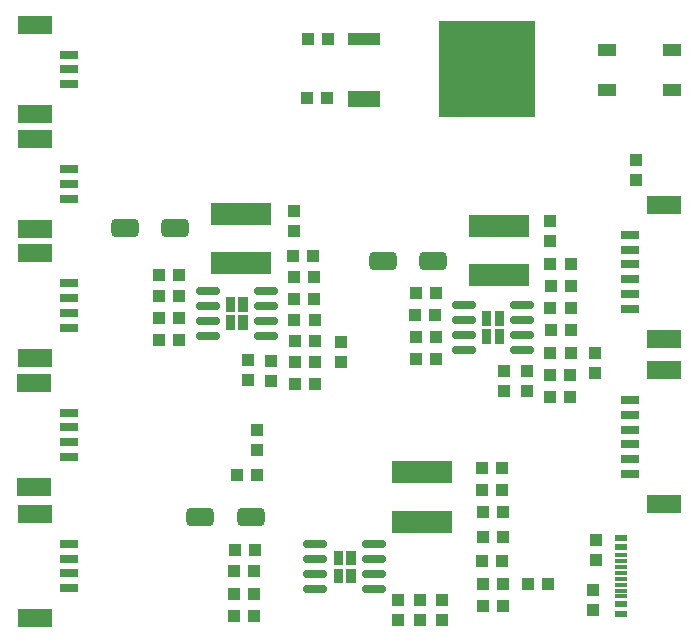
<source format=gbp>
G04*
G04 #@! TF.GenerationSoftware,Altium Limited,Altium Designer,23.6.0 (18)*
G04*
G04 Layer_Color=128*
%FSLAX44Y44*%
%MOMM*%
G71*
G04*
G04 #@! TF.SameCoordinates,C0EE57D9-4E2B-4701-80FF-B58ABC17C381*
G04*
G04*
G04 #@! TF.FilePolarity,Positive*
G04*
G01*
G75*
%ADD16R,1.0000X1.1000*%
%ADD18R,1.5000X0.8000*%
%ADD19R,3.0000X1.6000*%
%ADD23R,1.1000X1.0000*%
%ADD55R,1.5000X1.0000*%
G04:AMPARAMS|DCode=56|XSize=1.97mm|YSize=0.6mm|CornerRadius=0.162mm|HoleSize=0mm|Usage=FLASHONLY|Rotation=180.000|XOffset=0mm|YOffset=0mm|HoleType=Round|Shape=RoundedRectangle|*
%AMROUNDEDRECTD56*
21,1,1.9700,0.2760,0,0,180.0*
21,1,1.6460,0.6000,0,0,180.0*
1,1,0.3240,-0.8230,0.1380*
1,1,0.3240,0.8230,0.1380*
1,1,0.3240,0.8230,-0.1380*
1,1,0.3240,-0.8230,-0.1380*
%
%ADD56ROUNDEDRECTD56*%
G04:AMPARAMS|DCode=58|XSize=2.33mm|YSize=1.55mm|CornerRadius=0.3875mm|HoleSize=0mm|Usage=FLASHONLY|Rotation=180.000|XOffset=0mm|YOffset=0mm|HoleType=Round|Shape=RoundedRectangle|*
%AMROUNDEDRECTD58*
21,1,2.3300,0.7750,0,0,180.0*
21,1,1.5550,1.5500,0,0,180.0*
1,1,0.7750,-0.7775,0.3875*
1,1,0.7750,0.7775,0.3875*
1,1,0.7750,0.7775,-0.3875*
1,1,0.7750,-0.7775,-0.3875*
%
%ADD58ROUNDEDRECTD58*%
%ADD59R,1.1400X0.6000*%
%ADD60R,1.1400X0.3000*%
%ADD61R,5.1000X1.9000*%
%ADD62R,2.7900X1.4000*%
%ADD63R,2.7900X0.9900*%
%ADD64R,8.1300X8.1300*%
G36*
X408576Y1102104D02*
X400580D01*
Y1114500D01*
X408576D01*
Y1102104D01*
D02*
G37*
G36*
X419300Y1102103D02*
X411280D01*
Y1114500D01*
X419300D01*
Y1102103D01*
D02*
G37*
G36*
X625396Y1090154D02*
X617400D01*
Y1102550D01*
X625396D01*
Y1090154D01*
D02*
G37*
G36*
X636120Y1090153D02*
X628100D01*
Y1102550D01*
X636120D01*
Y1090153D01*
D02*
G37*
G36*
X408578Y1086979D02*
X400580D01*
Y1099400D01*
X408578D01*
Y1086979D01*
D02*
G37*
G36*
X419303Y1086967D02*
X411280D01*
Y1099400D01*
X419303D01*
Y1086967D01*
D02*
G37*
G36*
X625398Y1075029D02*
X617400D01*
Y1087450D01*
X625398D01*
Y1075029D01*
D02*
G37*
G36*
X636123Y1075017D02*
X628100D01*
Y1087450D01*
X636123D01*
Y1075017D01*
D02*
G37*
G36*
X499896Y887604D02*
X491900D01*
Y900000D01*
X499896D01*
Y887604D01*
D02*
G37*
G36*
X510620Y887603D02*
X502600D01*
Y900000D01*
X510620D01*
Y887603D01*
D02*
G37*
G36*
X499898Y872479D02*
X491900D01*
Y884900D01*
X499898D01*
Y872479D01*
D02*
G37*
G36*
X510623Y872467D02*
X502600D01*
Y884900D01*
X510623D01*
Y872467D01*
D02*
G37*
D16*
X426750Y1002500D02*
D03*
Y985500D02*
D03*
X711250Y849500D02*
D03*
Y866500D02*
D03*
X714000Y909500D02*
D03*
Y892500D02*
D03*
X747750Y1213750D02*
D03*
Y1230750D02*
D03*
X713000Y1050250D02*
D03*
Y1067250D02*
D03*
X635750Y1052000D02*
D03*
Y1035000D02*
D03*
X655250Y1052000D02*
D03*
Y1035000D02*
D03*
X674750Y1162500D02*
D03*
Y1179500D02*
D03*
X583500Y841500D02*
D03*
Y858500D02*
D03*
X546500Y841500D02*
D03*
Y858500D02*
D03*
X565000Y841000D02*
D03*
Y858000D02*
D03*
X458000Y1187500D02*
D03*
Y1170500D02*
D03*
X497750Y1076500D02*
D03*
Y1059500D02*
D03*
X438750Y1043750D02*
D03*
Y1060750D02*
D03*
X419250Y1044250D02*
D03*
Y1061250D02*
D03*
D18*
X268250Y1320000D02*
D03*
Y1307500D02*
D03*
Y1295000D02*
D03*
Y1223000D02*
D03*
Y1210500D02*
D03*
Y1198000D02*
D03*
X268250Y1126350D02*
D03*
Y1113850D02*
D03*
Y1101350D02*
D03*
Y1088850D02*
D03*
X742500Y1027500D02*
D03*
Y1015000D02*
D03*
Y1002500D02*
D03*
Y990000D02*
D03*
Y977500D02*
D03*
Y965000D02*
D03*
X267500Y1016850D02*
D03*
Y1004350D02*
D03*
Y991850D02*
D03*
Y979350D02*
D03*
X267750Y905850D02*
D03*
Y893350D02*
D03*
Y880850D02*
D03*
Y868350D02*
D03*
X742500Y1167500D02*
D03*
Y1155000D02*
D03*
Y1142500D02*
D03*
Y1130000D02*
D03*
Y1117500D02*
D03*
Y1105000D02*
D03*
D19*
X239250Y1345500D02*
D03*
Y1269500D02*
D03*
Y1248500D02*
D03*
Y1172500D02*
D03*
X239250Y1151850D02*
D03*
Y1063350D02*
D03*
X771500Y1053000D02*
D03*
Y939500D02*
D03*
X238500Y1042350D02*
D03*
Y953850D02*
D03*
X238750Y931350D02*
D03*
Y842850D02*
D03*
X771500Y1193000D02*
D03*
Y1079500D02*
D03*
D23*
X409750Y964000D02*
D03*
X426750D02*
D03*
X469500Y1283000D02*
D03*
X486500D02*
D03*
X470250Y1333250D02*
D03*
X487250D02*
D03*
X561000Y1099250D02*
D03*
X578000D02*
D03*
X578500Y1062250D02*
D03*
X561500D02*
D03*
X578500Y1081000D02*
D03*
X561500D02*
D03*
X675500Y1105250D02*
D03*
X692500D02*
D03*
X693000Y1086750D02*
D03*
X676000D02*
D03*
X578500Y1118000D02*
D03*
X561500D02*
D03*
X692500Y1067750D02*
D03*
X675500D02*
D03*
X675750Y1123750D02*
D03*
X692750D02*
D03*
X675250Y1049000D02*
D03*
X692250D02*
D03*
X675250Y1030250D02*
D03*
X692250D02*
D03*
X692500Y1142750D02*
D03*
X675500D02*
D03*
X634250Y970250D02*
D03*
X617250D02*
D03*
X634500Y951250D02*
D03*
X617500D02*
D03*
X424250Y845000D02*
D03*
X407250D02*
D03*
X424500Y863750D02*
D03*
X407500D02*
D03*
X407250Y882500D02*
D03*
X424250D02*
D03*
X425000Y901000D02*
D03*
X408000D02*
D03*
X635000Y932500D02*
D03*
X618000D02*
D03*
X635000Y911750D02*
D03*
X618000D02*
D03*
X617250Y891500D02*
D03*
X634250D02*
D03*
X656500Y871750D02*
D03*
X673500D02*
D03*
X618250D02*
D03*
X635250D02*
D03*
X635500Y853250D02*
D03*
X618500D02*
D03*
X344250Y1133500D02*
D03*
X361250D02*
D03*
X361000Y1115250D02*
D03*
X344000D02*
D03*
X459250Y1077500D02*
D03*
X476250D02*
D03*
X458750Y1095750D02*
D03*
X475750D02*
D03*
X475500Y1113500D02*
D03*
X458500D02*
D03*
X344250Y1078500D02*
D03*
X361250D02*
D03*
X457750Y1149500D02*
D03*
X474750D02*
D03*
X475500Y1131750D02*
D03*
X458500D02*
D03*
X476500Y1041250D02*
D03*
X459500D02*
D03*
X476250Y1059500D02*
D03*
X459250D02*
D03*
X344000Y1097000D02*
D03*
X361000D02*
D03*
D55*
X723750Y1290250D02*
D03*
X778750D02*
D03*
X723750Y1324250D02*
D03*
X778750D02*
D03*
D56*
X651500Y1107850D02*
D03*
Y1095150D02*
D03*
Y1082450D02*
D03*
Y1069750D02*
D03*
X602000D02*
D03*
Y1082450D02*
D03*
Y1095150D02*
D03*
Y1107850D02*
D03*
X526000Y905300D02*
D03*
Y892600D02*
D03*
Y879900D02*
D03*
Y867200D02*
D03*
X476500D02*
D03*
Y879900D02*
D03*
Y892600D02*
D03*
Y905300D02*
D03*
X434680Y1119800D02*
D03*
Y1107100D02*
D03*
Y1094400D02*
D03*
Y1081700D02*
D03*
X385180D02*
D03*
Y1094400D02*
D03*
Y1107100D02*
D03*
Y1119800D02*
D03*
D58*
X379150Y928500D02*
D03*
X421850D02*
D03*
X576250Y1145250D02*
D03*
X533550D02*
D03*
X315300Y1173250D02*
D03*
X358000D02*
D03*
D59*
X735250Y910750D02*
D03*
Y902750D02*
D03*
Y854750D02*
D03*
Y846750D02*
D03*
D60*
Y881250D02*
D03*
Y886250D02*
D03*
Y891250D02*
D03*
Y896250D02*
D03*
Y876250D02*
D03*
Y871250D02*
D03*
Y866250D02*
D03*
Y861250D02*
D03*
D61*
X567000Y966500D02*
D03*
Y924500D02*
D03*
X631750Y1175250D02*
D03*
Y1133250D02*
D03*
X413750Y1143500D02*
D03*
Y1185500D02*
D03*
D62*
X517800Y1282600D02*
D03*
D63*
Y1333400D02*
D03*
D64*
X622000Y1308000D02*
D03*
M02*

</source>
